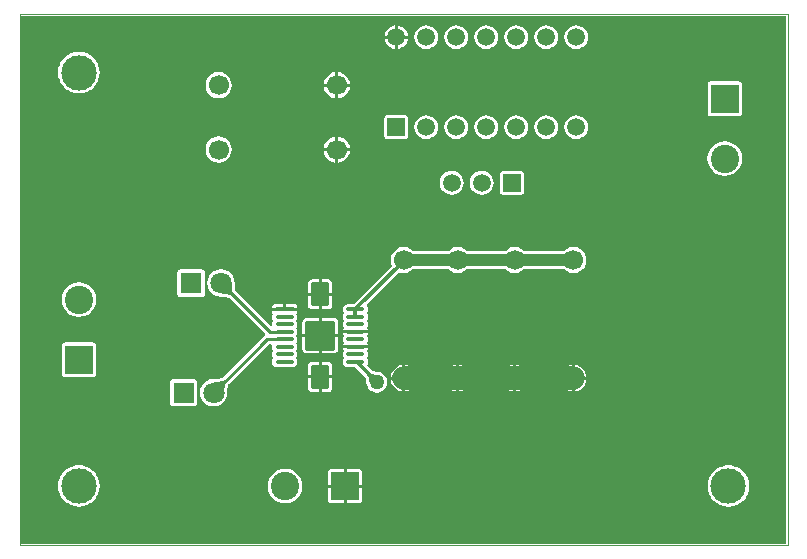
<source format=gtl>
G04 Layer_Physical_Order=1*
G04 Layer_Color=6759642*
%FSLAX25Y25*%
%MOIN*%
G70*
G01*
G75*
%ADD10R,0.06496X0.01378*%
%ADD11O,0.06496X0.01378*%
G04:AMPARAMS|DCode=12|XSize=98.42mil|YSize=98.42mil|CornerRadius=4.92mil|HoleSize=0mil|Usage=FLASHONLY|Rotation=90.000|XOffset=0mil|YOffset=0mil|HoleType=Round|Shape=RoundedRectangle|*
%AMROUNDEDRECTD12*
21,1,0.09842,0.08858,0,0,90.0*
21,1,0.08858,0.09842,0,0,90.0*
1,1,0.00984,0.04429,0.04429*
1,1,0.00984,0.04429,-0.04429*
1,1,0.00984,-0.04429,-0.04429*
1,1,0.00984,-0.04429,0.04429*
%
%ADD12ROUNDEDRECTD12*%
G04:AMPARAMS|DCode=13|XSize=59.05mil|YSize=78.74mil|CornerRadius=2.95mil|HoleSize=0mil|Usage=FLASHONLY|Rotation=0.000|XOffset=0mil|YOffset=0mil|HoleType=Round|Shape=RoundedRectangle|*
%AMROUNDEDRECTD13*
21,1,0.05905,0.07283,0,0,0.0*
21,1,0.05315,0.07874,0,0,0.0*
1,1,0.00591,0.02657,-0.03642*
1,1,0.00591,-0.02657,-0.03642*
1,1,0.00591,-0.02657,0.03642*
1,1,0.00591,0.02657,0.03642*
%
%ADD13ROUNDEDRECTD13*%
%ADD14C,0.01181*%
%ADD15C,0.03937*%
%ADD16C,0.01000*%
%ADD17C,0.07874*%
%ADD18C,0.00394*%
%ADD19R,0.05905X0.05905*%
%ADD20C,0.05905*%
%ADD21C,0.06693*%
%ADD22C,0.11811*%
%ADD23R,0.07087X0.07087*%
%ADD24C,0.07087*%
%ADD25C,0.09449*%
%ADD26R,0.09449X0.09449*%
%ADD27C,0.05905*%
%ADD28R,0.05905X0.05905*%
%ADD29R,0.09449X0.09449*%
%ADD30C,0.05000*%
G36*
X255250Y804D02*
X254896Y450D01*
X500Y500D01*
Y176250D01*
X255250D01*
Y804D01*
D02*
G37*
%LPC*%
G36*
X185000Y59933D02*
Y56115D01*
X188818D01*
X188735Y56750D01*
X188297Y57807D01*
X187600Y58715D01*
X186692Y59412D01*
X185635Y59850D01*
X185000Y59933D01*
D02*
G37*
G36*
X165500D02*
Y56115D01*
X169318D01*
X169235Y56750D01*
X168797Y57807D01*
X168100Y58715D01*
X167192Y59412D01*
X166135Y59850D01*
X165500Y59933D01*
D02*
G37*
G36*
X102732Y60983D02*
X100575D01*
Y56520D01*
X104053D01*
Y59662D01*
X103952Y60168D01*
X103666Y60596D01*
X103238Y60882D01*
X102732Y60983D01*
D02*
G37*
G36*
X99575D02*
X97417D01*
X96912Y60882D01*
X96483Y60596D01*
X96197Y60168D01*
X96097Y59662D01*
Y56520D01*
X99575D01*
Y60983D01*
D02*
G37*
G36*
X146500Y59933D02*
Y56115D01*
X150318D01*
X150235Y56750D01*
X149797Y57807D01*
X149100Y58715D01*
X148192Y59412D01*
X147135Y59850D01*
X146500Y59933D01*
D02*
G37*
G36*
X164500D02*
X163865Y59850D01*
X162808Y59412D01*
X161900Y58715D01*
X161203Y57807D01*
X160765Y56750D01*
X160682Y56115D01*
X164500D01*
Y59933D01*
D02*
G37*
G36*
X145500D02*
X144865Y59850D01*
X143808Y59412D01*
X142900Y58715D01*
X142203Y57807D01*
X141765Y56750D01*
X141682Y56115D01*
X145500D01*
Y59933D01*
D02*
G37*
G36*
X128500D02*
Y56115D01*
X132318D01*
X132235Y56750D01*
X131797Y57807D01*
X131100Y58715D01*
X130192Y59412D01*
X129135Y59850D01*
X128500Y59933D01*
D02*
G37*
G36*
X184000D02*
X183365Y59850D01*
X182308Y59412D01*
X181400Y58715D01*
X180703Y57807D01*
X180265Y56750D01*
X180182Y56115D01*
X184000D01*
Y59933D01*
D02*
G37*
G36*
X67075Y91882D02*
X65889Y91726D01*
X64784Y91269D01*
X63835Y90540D01*
X63106Y89591D01*
X62648Y88486D01*
X62492Y87300D01*
X62648Y86114D01*
X63106Y85009D01*
X63835Y84060D01*
X64784Y83331D01*
X65889Y82874D01*
X67075Y82718D01*
X67220Y82737D01*
X67612Y82735D01*
X68503Y82681D01*
X68857Y82636D01*
X69174Y82576D01*
X69439Y82508D01*
X69652Y82433D01*
X69812Y82359D01*
X69919Y82293D01*
X69923Y82289D01*
X81772Y70440D01*
X81621Y69884D01*
X81243Y69631D01*
X67423Y55811D01*
X67419Y55807D01*
X67312Y55741D01*
X67152Y55667D01*
X66939Y55592D01*
X66674Y55524D01*
X66357Y55464D01*
X66003Y55419D01*
X65112Y55366D01*
X64720Y55363D01*
X64575Y55383D01*
X63389Y55226D01*
X62284Y54769D01*
X61335Y54040D01*
X60606Y53091D01*
X60148Y51986D01*
X59992Y50800D01*
X60148Y49614D01*
X60606Y48509D01*
X61335Y47560D01*
X62284Y46831D01*
X63389Y46374D01*
X64575Y46218D01*
X65761Y46374D01*
X66866Y46831D01*
X67815Y47560D01*
X68543Y48509D01*
X69001Y49614D01*
X69157Y50800D01*
X69138Y50946D01*
X69140Y51337D01*
X69193Y52228D01*
X69239Y52583D01*
X69298Y52899D01*
X69367Y53164D01*
X69441Y53378D01*
X69516Y53537D01*
X69582Y53644D01*
X69586Y53648D01*
X82958Y67021D01*
X83766D01*
X84076Y66521D01*
X83983Y66050D01*
X84114Y65391D01*
X84487Y64832D01*
Y64768D01*
X84114Y64209D01*
X83983Y63550D01*
X84114Y62891D01*
X84487Y62332D01*
Y62258D01*
X84114Y61699D01*
X83983Y61040D01*
X84114Y60381D01*
X84487Y59822D01*
X85046Y59449D01*
X85705Y59318D01*
X90823D01*
X91482Y59449D01*
X92040Y59822D01*
X92414Y60381D01*
X92545Y61040D01*
X92414Y61699D01*
X92040Y62258D01*
Y62332D01*
X92414Y62891D01*
X92545Y63550D01*
X92414Y64209D01*
X92040Y64768D01*
Y64832D01*
X92414Y65391D01*
X92545Y66050D01*
X92414Y66709D01*
X92289Y66897D01*
X92059Y67300D01*
X92289Y67703D01*
X92414Y67891D01*
X92545Y68550D01*
X92414Y69209D01*
X92289Y69397D01*
X92059Y69800D01*
X92289Y70203D01*
X92414Y70391D01*
X92545Y71050D01*
X92414Y71709D01*
X92289Y71897D01*
X92059Y72300D01*
X92289Y72703D01*
X92414Y72891D01*
X92545Y73550D01*
X92414Y74209D01*
X92040Y74768D01*
Y74832D01*
X92414Y75391D01*
X92545Y76050D01*
X92414Y76709D01*
X92154Y77097D01*
X92233Y77150D01*
X92454Y77481D01*
X92531Y77871D01*
Y78060D01*
X88264D01*
X83996D01*
Y77871D01*
X84074Y77481D01*
X84295Y77150D01*
X84373Y77097D01*
X84114Y76709D01*
X83983Y76050D01*
X84114Y75391D01*
X84487Y74832D01*
Y74768D01*
X84114Y74209D01*
X83983Y73550D01*
X84054Y73191D01*
X83593Y72944D01*
X72086Y84452D01*
X72082Y84456D01*
X72016Y84563D01*
X71941Y84722D01*
X71867Y84935D01*
X71798Y85201D01*
X71739Y85518D01*
X71693Y85872D01*
X71640Y86763D01*
X71638Y87154D01*
X71657Y87300D01*
X71501Y88486D01*
X71043Y89591D01*
X70315Y90540D01*
X69366Y91269D01*
X68261Y91726D01*
X67075Y91882D01*
D02*
G37*
G36*
X19685Y87574D02*
X18191Y87377D01*
X16798Y86800D01*
X15602Y85883D01*
X14685Y84687D01*
X14108Y83294D01*
X13911Y81800D01*
X14108Y80306D01*
X14685Y78913D01*
X15602Y77717D01*
X16798Y76800D01*
X18191Y76223D01*
X19685Y76026D01*
X21179Y76223D01*
X22572Y76800D01*
X23768Y77717D01*
X24685Y78913D01*
X25262Y80306D01*
X25459Y81800D01*
X25262Y83294D01*
X24685Y84687D01*
X23768Y85883D01*
X22572Y86800D01*
X21179Y87377D01*
X19685Y87574D01*
D02*
G37*
G36*
X104504Y75750D02*
X100575D01*
Y70300D01*
X106025D01*
Y74229D01*
X105910Y74811D01*
X105580Y75305D01*
X105086Y75635D01*
X104504Y75750D01*
D02*
G37*
G36*
X104053Y83079D02*
X100575D01*
Y78617D01*
X102732D01*
X103238Y78718D01*
X103666Y79004D01*
X103952Y79432D01*
X104053Y79938D01*
Y83079D01*
D02*
G37*
G36*
X99575D02*
X96097D01*
Y79938D01*
X96197Y79432D01*
X96483Y79004D01*
X96912Y78718D01*
X97417Y78617D01*
X99575D01*
Y83079D01*
D02*
G37*
G36*
Y75750D02*
X95646D01*
X95064Y75635D01*
X94570Y75305D01*
X94240Y74811D01*
X94124Y74229D01*
Y70300D01*
X99575D01*
Y75750D01*
D02*
G37*
G36*
X106025Y69300D02*
X100575D01*
Y63850D01*
X104504D01*
X105086Y63965D01*
X105580Y64295D01*
X105910Y64789D01*
X106025Y65371D01*
Y69300D01*
D02*
G37*
G36*
X99575D02*
X94124D01*
Y65371D01*
X94240Y64789D01*
X94570Y64295D01*
X95064Y63965D01*
X95646Y63850D01*
X99575D01*
Y69300D01*
D02*
G37*
G36*
X116068Y70550D02*
X111886D01*
X107704D01*
X107736Y70391D01*
X108109Y69832D01*
Y69768D01*
X107736Y69209D01*
X107605Y68550D01*
X107736Y67891D01*
X108109Y67332D01*
Y67268D01*
X107736Y66709D01*
X107704Y66550D01*
X111886D01*
X112112D01*
Y66595D01*
X112134Y66586D01*
X112176Y66579D01*
X112236Y66572D01*
X112528Y66557D01*
X113179Y66550D01*
Y66550D01*
X116068D01*
X116036Y66709D01*
X115663Y67268D01*
Y67332D01*
X116036Y67891D01*
X116167Y68550D01*
X116036Y69209D01*
X115663Y69768D01*
Y69832D01*
X116036Y70391D01*
X116068Y70550D01*
D02*
G37*
G36*
Y65550D02*
X113178D01*
X112112Y65505D01*
Y65550D01*
X111886D01*
X107704D01*
X107736Y65391D01*
X107861Y65203D01*
X108091Y64800D01*
X107861Y64397D01*
X107736Y64209D01*
X107605Y63550D01*
X107736Y62891D01*
X108109Y62332D01*
Y62258D01*
X107736Y61699D01*
X107605Y61040D01*
X107736Y60381D01*
X108109Y59822D01*
X108668Y59449D01*
X109327Y59318D01*
X111659D01*
X111851Y59156D01*
X115157Y55849D01*
X115198Y55792D01*
X115254Y55693D01*
X115307Y55573D01*
X115357Y55428D01*
X115400Y55259D01*
X115433Y55080D01*
X115477Y54588D01*
X115480Y54376D01*
X115470Y54300D01*
X115590Y53386D01*
X115943Y52535D01*
X116504Y51804D01*
X117235Y51243D01*
X118086Y50890D01*
X119000Y50770D01*
X119914Y50890D01*
X120765Y51243D01*
X121496Y51804D01*
X122057Y52535D01*
X122410Y53386D01*
X122530Y54300D01*
X122410Y55214D01*
X122057Y56065D01*
X121496Y56796D01*
X120765Y57357D01*
X119914Y57710D01*
X119000Y57830D01*
X118924Y57820D01*
X118698Y57823D01*
X118454Y57838D01*
X118235Y57864D01*
X118041Y57900D01*
X117872Y57943D01*
X117727Y57993D01*
X117607Y58046D01*
X117508Y58102D01*
X117451Y58143D01*
X115706Y59887D01*
X116036Y60381D01*
X116167Y61040D01*
X116036Y61699D01*
X115663Y62258D01*
Y62332D01*
X116036Y62891D01*
X116167Y63550D01*
X116036Y64209D01*
X115910Y64397D01*
X115681Y64800D01*
X115910Y65203D01*
X116036Y65391D01*
X116068Y65550D01*
D02*
G37*
G36*
X127500Y59933D02*
X126865Y59850D01*
X125808Y59412D01*
X124900Y58715D01*
X124203Y57807D01*
X123765Y56750D01*
X123682Y56115D01*
X127500D01*
Y59933D01*
D02*
G37*
G36*
X236221Y26639D02*
X236171Y26629D01*
X236121Y26634D01*
X234963Y26520D01*
X234867Y26491D01*
X234767Y26481D01*
X233654Y26143D01*
X233565Y26096D01*
X233469Y26067D01*
X232443Y25518D01*
X232365Y25455D01*
X232277Y25407D01*
X231378Y24669D01*
X231314Y24592D01*
X231236Y24528D01*
X230498Y23629D01*
X230451Y23540D01*
X230387Y23462D01*
X229839Y22436D01*
X229810Y22341D01*
X229762Y22252D01*
X229425Y21139D01*
X229415Y21039D01*
X229386Y20943D01*
X229272Y19785D01*
X229282Y19685D01*
X229272Y19585D01*
X229386Y18427D01*
X229415Y18331D01*
X229425Y18231D01*
X229762Y17118D01*
X229810Y17030D01*
X229839Y16933D01*
X230387Y15908D01*
X230451Y15830D01*
X230498Y15741D01*
X231236Y14842D01*
X231314Y14778D01*
X231378Y14701D01*
X232277Y13963D01*
X232365Y13916D01*
X232443Y13852D01*
X233469Y13304D01*
X233565Y13274D01*
X233654Y13227D01*
X234767Y12889D01*
X234867Y12879D01*
X234963Y12850D01*
X236121Y12736D01*
X236171Y12741D01*
X236221Y12731D01*
X236270Y12741D01*
X236320Y12736D01*
X237478Y12850D01*
X237574Y12879D01*
X237674Y12889D01*
X238787Y13227D01*
X238876Y13274D01*
X238972Y13304D01*
X239998Y13852D01*
X240075Y13916D01*
X240164Y13963D01*
X241063Y14701D01*
X241127Y14778D01*
X241205Y14842D01*
X241943Y15741D01*
X241990Y15830D01*
X242054Y15908D01*
X242602Y16933D01*
X242631Y17030D01*
X242678Y17118D01*
X243016Y18231D01*
X243026Y18331D01*
X243055Y18427D01*
X243169Y19585D01*
X243159Y19685D01*
X243169Y19785D01*
X243055Y20943D01*
X243026Y21039D01*
X243016Y21139D01*
X242678Y22252D01*
X242631Y22341D01*
X242602Y22436D01*
X242054Y23462D01*
X241990Y23540D01*
X241943Y23629D01*
X241205Y24528D01*
X241127Y24592D01*
X241063Y24669D01*
X240164Y25407D01*
X240075Y25455D01*
X239998Y25518D01*
X238972Y26067D01*
X238876Y26096D01*
X238787Y26143D01*
X237674Y26481D01*
X237574Y26491D01*
X237478Y26520D01*
X236320Y26634D01*
X236270Y26629D01*
X236221Y26639D01*
D02*
G37*
G36*
X19685D02*
X19635Y26629D01*
X19585Y26634D01*
X18427Y26520D01*
X18331Y26491D01*
X18231Y26481D01*
X17118Y26143D01*
X17030Y26096D01*
X16933Y26067D01*
X15908Y25518D01*
X15830Y25455D01*
X15741Y25407D01*
X14842Y24669D01*
X14778Y24592D01*
X14701Y24528D01*
X13963Y23629D01*
X13916Y23540D01*
X13852Y23462D01*
X13304Y22436D01*
X13274Y22341D01*
X13227Y22252D01*
X12889Y21139D01*
X12879Y21039D01*
X12850Y20943D01*
X12736Y19785D01*
X12746Y19685D01*
X12736Y19585D01*
X12850Y18427D01*
X12879Y18331D01*
X12889Y18231D01*
X13227Y17118D01*
X13274Y17030D01*
X13304Y16933D01*
X13852Y15908D01*
X13916Y15830D01*
X13963Y15741D01*
X14701Y14842D01*
X14778Y14778D01*
X14842Y14701D01*
X15741Y13963D01*
X15830Y13916D01*
X15908Y13852D01*
X16933Y13304D01*
X17030Y13274D01*
X17118Y13227D01*
X18231Y12889D01*
X18331Y12879D01*
X18427Y12850D01*
X19585Y12736D01*
X19635Y12741D01*
X19685Y12731D01*
X19735Y12741D01*
X19785Y12736D01*
X20943Y12850D01*
X21039Y12879D01*
X21139Y12889D01*
X22252Y13227D01*
X22341Y13274D01*
X22436Y13304D01*
X23462Y13852D01*
X23540Y13916D01*
X23629Y13963D01*
X24528Y14701D01*
X24592Y14778D01*
X24669Y14842D01*
X25407Y15741D01*
X25455Y15830D01*
X25518Y15908D01*
X26067Y16933D01*
X26096Y17030D01*
X26143Y17118D01*
X26481Y18231D01*
X26491Y18331D01*
X26520Y18427D01*
X26634Y19585D01*
X26624Y19685D01*
X26634Y19785D01*
X26520Y20943D01*
X26491Y21039D01*
X26481Y21139D01*
X26143Y22252D01*
X26096Y22341D01*
X26067Y22436D01*
X25518Y23462D01*
X25455Y23540D01*
X25407Y23629D01*
X24669Y24528D01*
X24592Y24592D01*
X24528Y24669D01*
X23629Y25407D01*
X23540Y25455D01*
X23462Y25518D01*
X22436Y26067D01*
X22341Y26096D01*
X22252Y26143D01*
X21139Y26481D01*
X21039Y26491D01*
X20943Y26520D01*
X19785Y26634D01*
X19735Y26629D01*
X19685Y26639D01*
D02*
G37*
G36*
X99575Y55520D02*
X96097D01*
Y52379D01*
X96197Y51873D01*
X96483Y51445D01*
X96912Y51159D01*
X97417Y51058D01*
X99575D01*
Y55520D01*
D02*
G37*
G36*
X58118Y55363D02*
X51032D01*
X50641Y55285D01*
X50310Y55064D01*
X50090Y54734D01*
X50012Y54343D01*
Y47257D01*
X50090Y46867D01*
X50310Y46536D01*
X50641Y46315D01*
X51032Y46237D01*
X58118D01*
X58508Y46315D01*
X58839Y46536D01*
X59060Y46867D01*
X59138Y47257D01*
Y54343D01*
X59060Y54734D01*
X58839Y55064D01*
X58508Y55285D01*
X58118Y55363D01*
D02*
G37*
G36*
X113150Y25414D02*
X108925D01*
Y20170D01*
X114169D01*
Y24395D01*
X114092Y24785D01*
X113871Y25115D01*
X113540Y25337D01*
X113150Y25414D01*
D02*
G37*
G36*
X107925Y19170D02*
X102681D01*
Y14946D01*
X102759Y14556D01*
X102980Y14225D01*
X103311Y14004D01*
X103701Y13926D01*
X107925D01*
Y19170D01*
D02*
G37*
G36*
X88425Y25444D02*
X86931Y25247D01*
X85538Y24670D01*
X84342Y23753D01*
X83425Y22557D01*
X82848Y21164D01*
X82651Y19670D01*
X82848Y18176D01*
X83425Y16783D01*
X84342Y15587D01*
X85538Y14670D01*
X86931Y14093D01*
X88425Y13896D01*
X89920Y14093D01*
X91312Y14670D01*
X92508Y15587D01*
X93426Y16783D01*
X94002Y18176D01*
X94199Y19670D01*
X94002Y21164D01*
X93426Y22557D01*
X92508Y23753D01*
X91312Y24670D01*
X89920Y25247D01*
X88425Y25444D01*
D02*
G37*
G36*
X107925Y25414D02*
X103701D01*
X103311Y25337D01*
X102980Y25115D01*
X102759Y24785D01*
X102681Y24395D01*
Y20170D01*
X107925D01*
Y25414D01*
D02*
G37*
G36*
X114169Y19170D02*
X108925D01*
Y13926D01*
X113150D01*
X113540Y14004D01*
X113871Y14225D01*
X114092Y14556D01*
X114169Y14946D01*
Y19170D01*
D02*
G37*
G36*
X104053Y55520D02*
X100575D01*
Y51058D01*
X102732D01*
X103238Y51159D01*
X103666Y51445D01*
X103952Y51873D01*
X104053Y52379D01*
Y55520D01*
D02*
G37*
G36*
X169318Y55115D02*
X165500D01*
Y51297D01*
X166135Y51380D01*
X167192Y51818D01*
X168100Y52515D01*
X168797Y53423D01*
X169235Y54480D01*
X169318Y55115D01*
D02*
G37*
G36*
X132318D02*
X128500D01*
Y51297D01*
X129135Y51380D01*
X130192Y51818D01*
X131100Y52515D01*
X131797Y53423D01*
X132235Y54480D01*
X132318Y55115D01*
D02*
G37*
G36*
X24409Y67544D02*
X14961D01*
X14570Y67466D01*
X14240Y67245D01*
X14019Y66915D01*
X13941Y66524D01*
Y57076D01*
X14019Y56685D01*
X14240Y56355D01*
X14570Y56134D01*
X14961Y56056D01*
X24409D01*
X24800Y56134D01*
X25130Y56355D01*
X25351Y56685D01*
X25429Y57076D01*
Y66524D01*
X25351Y66915D01*
X25130Y67245D01*
X24800Y67466D01*
X24409Y67544D01*
D02*
G37*
G36*
X188818Y55115D02*
X185000D01*
Y51297D01*
X185635Y51380D01*
X186692Y51818D01*
X187600Y52515D01*
X188297Y53423D01*
X188735Y54480D01*
X188818Y55115D01*
D02*
G37*
G36*
X150318D02*
X146500D01*
Y51297D01*
X147135Y51380D01*
X148192Y51818D01*
X149100Y52515D01*
X149797Y53423D01*
X150235Y54480D01*
X150318Y55115D01*
D02*
G37*
G36*
X145500D02*
X141682D01*
X141765Y54480D01*
X142203Y53423D01*
X142900Y52515D01*
X143808Y51818D01*
X144865Y51380D01*
X145500Y51297D01*
Y55115D01*
D02*
G37*
G36*
X127500D02*
X123682D01*
X123765Y54480D01*
X124203Y53423D01*
X124900Y52515D01*
X125808Y51818D01*
X126865Y51380D01*
X127500Y51297D01*
Y55115D01*
D02*
G37*
G36*
X184000D02*
X180182D01*
X180265Y54480D01*
X180703Y53423D01*
X181400Y52515D01*
X182308Y51818D01*
X183365Y51380D01*
X184000Y51297D01*
Y55115D01*
D02*
G37*
G36*
X164500D02*
X160682D01*
X160765Y54480D01*
X161203Y53423D01*
X161900Y52515D01*
X162808Y51818D01*
X163865Y51380D01*
X164500Y51297D01*
Y55115D01*
D02*
G37*
G36*
X105185Y152800D02*
X101367D01*
X101451Y152165D01*
X101888Y151108D01*
X102585Y150200D01*
X103493Y149503D01*
X104550Y149065D01*
X105185Y148982D01*
Y152800D01*
D02*
G37*
G36*
X66315Y157684D02*
X65180Y157535D01*
X64123Y157097D01*
X63215Y156400D01*
X62518Y155492D01*
X62080Y154435D01*
X61931Y153300D01*
X62080Y152165D01*
X62518Y151108D01*
X63215Y150200D01*
X64123Y149503D01*
X65180Y149065D01*
X66315Y148916D01*
X67450Y149065D01*
X68507Y149503D01*
X69415Y150200D01*
X70112Y151108D01*
X70549Y152165D01*
X70699Y153300D01*
X70549Y154435D01*
X70112Y155492D01*
X69415Y156400D01*
X68507Y157097D01*
X67450Y157535D01*
X66315Y157684D01*
D02*
G37*
G36*
X110003Y152800D02*
X106185D01*
Y148982D01*
X106820Y149065D01*
X107877Y149503D01*
X108785Y150200D01*
X109482Y151108D01*
X109920Y152165D01*
X110003Y152800D01*
D02*
G37*
G36*
X106185Y157618D02*
Y153800D01*
X110003D01*
X109920Y154435D01*
X109482Y155492D01*
X108785Y156400D01*
X107877Y157097D01*
X106820Y157535D01*
X106185Y157618D01*
D02*
G37*
G36*
X105185D02*
X104550Y157535D01*
X103493Y157097D01*
X102585Y156400D01*
X101888Y155492D01*
X101451Y154435D01*
X101367Y153800D01*
X105185D01*
Y157618D01*
D02*
G37*
G36*
X175500Y143287D02*
X174468Y143151D01*
X173507Y142753D01*
X172681Y142119D01*
X172047Y141293D01*
X171649Y140332D01*
X171513Y139300D01*
X171649Y138268D01*
X172047Y137307D01*
X172681Y136481D01*
X173507Y135847D01*
X174468Y135449D01*
X175500Y135313D01*
X176532Y135449D01*
X177493Y135847D01*
X178319Y136481D01*
X178953Y137307D01*
X179351Y138268D01*
X179487Y139300D01*
X179351Y140332D01*
X178953Y141293D01*
X178319Y142119D01*
X177493Y142753D01*
X176532Y143151D01*
X175500Y143287D01*
D02*
G37*
G36*
X165500D02*
X164468Y143151D01*
X163507Y142753D01*
X162681Y142119D01*
X162047Y141293D01*
X161649Y140332D01*
X161513Y139300D01*
X161649Y138268D01*
X162047Y137307D01*
X162681Y136481D01*
X163507Y135847D01*
X164468Y135449D01*
X165500Y135313D01*
X166532Y135449D01*
X167493Y135847D01*
X168319Y136481D01*
X168953Y137307D01*
X169351Y138268D01*
X169487Y139300D01*
X169351Y140332D01*
X168953Y141293D01*
X168319Y142119D01*
X167493Y142753D01*
X166532Y143151D01*
X165500Y143287D01*
D02*
G37*
G36*
X185500D02*
X184468Y143151D01*
X183507Y142753D01*
X182681Y142119D01*
X182047Y141293D01*
X181649Y140332D01*
X181513Y139300D01*
X181649Y138268D01*
X182047Y137307D01*
X182681Y136481D01*
X183507Y135847D01*
X184468Y135449D01*
X185500Y135313D01*
X186532Y135449D01*
X187493Y135847D01*
X188319Y136481D01*
X188953Y137307D01*
X189351Y138268D01*
X189487Y139300D01*
X189351Y140332D01*
X188953Y141293D01*
X188319Y142119D01*
X187493Y142753D01*
X186532Y143151D01*
X185500Y143287D01*
D02*
G37*
G36*
X239724Y154544D02*
X230276D01*
X229885Y154466D01*
X229555Y154245D01*
X229334Y153915D01*
X229256Y153524D01*
Y144076D01*
X229334Y143685D01*
X229555Y143355D01*
X229885Y143134D01*
X230276Y143056D01*
X239724D01*
X240115Y143134D01*
X240445Y143355D01*
X240666Y143685D01*
X240744Y144076D01*
Y153524D01*
X240666Y153915D01*
X240445Y154245D01*
X240115Y154466D01*
X239724Y154544D01*
D02*
G37*
G36*
X128453Y143272D02*
X122547D01*
X122157Y143195D01*
X121826Y142974D01*
X121605Y142643D01*
X121528Y142253D01*
Y136347D01*
X121605Y135957D01*
X121826Y135626D01*
X122157Y135405D01*
X122547Y135328D01*
X128453D01*
X128843Y135405D01*
X129174Y135626D01*
X129395Y135957D01*
X129472Y136347D01*
Y142253D01*
X129395Y142643D01*
X129174Y142974D01*
X128843Y143195D01*
X128453Y143272D01*
D02*
G37*
G36*
X19685Y164434D02*
X19635Y164424D01*
X19585Y164429D01*
X18427Y164315D01*
X18331Y164286D01*
X18231Y164276D01*
X17118Y163938D01*
X17030Y163891D01*
X16933Y163862D01*
X15908Y163313D01*
X15830Y163250D01*
X15741Y163203D01*
X14842Y162464D01*
X14778Y162387D01*
X14701Y162323D01*
X13963Y161424D01*
X13916Y161335D01*
X13852Y161258D01*
X13304Y160232D01*
X13274Y160136D01*
X13227Y160047D01*
X12889Y158934D01*
X12879Y158834D01*
X12850Y158738D01*
X12736Y157580D01*
X12746Y157480D01*
X12736Y157380D01*
X12850Y156223D01*
X12879Y156127D01*
X12889Y156027D01*
X13227Y154913D01*
X13274Y154825D01*
X13304Y154729D01*
X13852Y153703D01*
X13916Y153625D01*
X13963Y153537D01*
X14701Y152638D01*
X14778Y152574D01*
X14842Y152496D01*
X15741Y151758D01*
X15830Y151711D01*
X15908Y151647D01*
X16933Y151099D01*
X17030Y151070D01*
X17118Y151022D01*
X18231Y150685D01*
X18331Y150675D01*
X18427Y150646D01*
X19585Y150531D01*
X19635Y150537D01*
X19685Y150527D01*
X19735Y150537D01*
X19785Y150531D01*
X20943Y150646D01*
X21039Y150675D01*
X21139Y150685D01*
X22252Y151022D01*
X22341Y151070D01*
X22436Y151099D01*
X23462Y151647D01*
X23540Y151711D01*
X23629Y151758D01*
X24528Y152496D01*
X24592Y152574D01*
X24669Y152638D01*
X25407Y153537D01*
X25455Y153625D01*
X25518Y153703D01*
X26067Y154729D01*
X26096Y154825D01*
X26143Y154913D01*
X26481Y156027D01*
X26491Y156127D01*
X26520Y156223D01*
X26634Y157380D01*
X26624Y157480D01*
X26634Y157580D01*
X26520Y158738D01*
X26491Y158834D01*
X26481Y158934D01*
X26143Y160047D01*
X26096Y160136D01*
X26067Y160232D01*
X25518Y161258D01*
X25455Y161335D01*
X25407Y161424D01*
X24669Y162323D01*
X24592Y162387D01*
X24528Y162464D01*
X23629Y163203D01*
X23540Y163250D01*
X23462Y163313D01*
X22436Y163862D01*
X22341Y163891D01*
X22252Y163938D01*
X21139Y164276D01*
X21039Y164286D01*
X20943Y164315D01*
X19785Y164429D01*
X19735Y164424D01*
X19685Y164434D01*
D02*
G37*
G36*
X125000Y168800D02*
X121579D01*
X121649Y168268D01*
X122047Y167307D01*
X122681Y166481D01*
X123507Y165847D01*
X124468Y165449D01*
X125000Y165379D01*
Y168800D01*
D02*
G37*
G36*
X185500Y173287D02*
X184468Y173151D01*
X183507Y172753D01*
X182681Y172119D01*
X182047Y171293D01*
X181649Y170332D01*
X181513Y169300D01*
X181649Y168268D01*
X182047Y167307D01*
X182681Y166481D01*
X183507Y165847D01*
X184468Y165449D01*
X185500Y165313D01*
X186532Y165449D01*
X187493Y165847D01*
X188319Y166481D01*
X188953Y167307D01*
X189351Y168268D01*
X189487Y169300D01*
X189351Y170332D01*
X188953Y171293D01*
X188319Y172119D01*
X187493Y172753D01*
X186532Y173151D01*
X185500Y173287D01*
D02*
G37*
G36*
X129421Y168800D02*
X126000D01*
Y165379D01*
X126532Y165449D01*
X127493Y165847D01*
X128319Y166481D01*
X128953Y167307D01*
X129351Y168268D01*
X129421Y168800D01*
D02*
G37*
G36*
X126000Y173221D02*
Y169800D01*
X129421D01*
X129351Y170332D01*
X128953Y171293D01*
X128319Y172119D01*
X127493Y172753D01*
X126532Y173151D01*
X126000Y173221D01*
D02*
G37*
G36*
X125000D02*
X124468Y173151D01*
X123507Y172753D01*
X122681Y172119D01*
X122047Y171293D01*
X121649Y170332D01*
X121579Y169800D01*
X125000D01*
Y173221D01*
D02*
G37*
G36*
X145500Y173287D02*
X144468Y173151D01*
X143507Y172753D01*
X142681Y172119D01*
X142047Y171293D01*
X141649Y170332D01*
X141513Y169300D01*
X141649Y168268D01*
X142047Y167307D01*
X142681Y166481D01*
X143507Y165847D01*
X144468Y165449D01*
X145500Y165313D01*
X146532Y165449D01*
X147493Y165847D01*
X148319Y166481D01*
X148953Y167307D01*
X149351Y168268D01*
X149487Y169300D01*
X149351Y170332D01*
X148953Y171293D01*
X148319Y172119D01*
X147493Y172753D01*
X146532Y173151D01*
X145500Y173287D01*
D02*
G37*
G36*
X135500D02*
X134468Y173151D01*
X133507Y172753D01*
X132681Y172119D01*
X132047Y171293D01*
X131649Y170332D01*
X131513Y169300D01*
X131649Y168268D01*
X132047Y167307D01*
X132681Y166481D01*
X133507Y165847D01*
X134468Y165449D01*
X135500Y165313D01*
X136532Y165449D01*
X137493Y165847D01*
X138319Y166481D01*
X138953Y167307D01*
X139351Y168268D01*
X139487Y169300D01*
X139351Y170332D01*
X138953Y171293D01*
X138319Y172119D01*
X137493Y172753D01*
X136532Y173151D01*
X135500Y173287D01*
D02*
G37*
G36*
X155500D02*
X154468Y173151D01*
X153507Y172753D01*
X152681Y172119D01*
X152047Y171293D01*
X151649Y170332D01*
X151513Y169300D01*
X151649Y168268D01*
X152047Y167307D01*
X152681Y166481D01*
X153507Y165847D01*
X154468Y165449D01*
X155500Y165313D01*
X156532Y165449D01*
X157493Y165847D01*
X158319Y166481D01*
X158953Y167307D01*
X159351Y168268D01*
X159487Y169300D01*
X159351Y170332D01*
X158953Y171293D01*
X158319Y172119D01*
X157493Y172753D01*
X156532Y173151D01*
X155500Y173287D01*
D02*
G37*
G36*
X175500D02*
X174468Y173151D01*
X173507Y172753D01*
X172681Y172119D01*
X172047Y171293D01*
X171649Y170332D01*
X171513Y169300D01*
X171649Y168268D01*
X172047Y167307D01*
X172681Y166481D01*
X173507Y165847D01*
X174468Y165449D01*
X175500Y165313D01*
X176532Y165449D01*
X177493Y165847D01*
X178319Y166481D01*
X178953Y167307D01*
X179351Y168268D01*
X179487Y169300D01*
X179351Y170332D01*
X178953Y171293D01*
X178319Y172119D01*
X177493Y172753D01*
X176532Y173151D01*
X175500Y173287D01*
D02*
G37*
G36*
X165500D02*
X164468Y173151D01*
X163507Y172753D01*
X162681Y172119D01*
X162047Y171293D01*
X161649Y170332D01*
X161513Y169300D01*
X161649Y168268D01*
X162047Y167307D01*
X162681Y166481D01*
X163507Y165847D01*
X164468Y165449D01*
X165500Y165313D01*
X166532Y165449D01*
X167493Y165847D01*
X168319Y166481D01*
X168953Y167307D01*
X169351Y168268D01*
X169487Y169300D01*
X169351Y170332D01*
X168953Y171293D01*
X168319Y172119D01*
X167493Y172753D01*
X166532Y173151D01*
X165500Y173287D01*
D02*
G37*
G36*
X155500Y143287D02*
X154468Y143151D01*
X153507Y142753D01*
X152681Y142119D01*
X152047Y141293D01*
X151649Y140332D01*
X151513Y139300D01*
X151649Y138268D01*
X152047Y137307D01*
X152681Y136481D01*
X153507Y135847D01*
X154468Y135449D01*
X155500Y135313D01*
X156532Y135449D01*
X157493Y135847D01*
X158319Y136481D01*
X158953Y137307D01*
X159351Y138268D01*
X159487Y139300D01*
X159351Y140332D01*
X158953Y141293D01*
X158319Y142119D01*
X157493Y142753D01*
X156532Y143151D01*
X155500Y143287D01*
D02*
G37*
G36*
X144000Y124787D02*
X142968Y124651D01*
X142007Y124253D01*
X141181Y123619D01*
X140547Y122793D01*
X140149Y121832D01*
X140013Y120800D01*
X140149Y119768D01*
X140547Y118807D01*
X141181Y117981D01*
X142007Y117347D01*
X142968Y116949D01*
X144000Y116813D01*
X145032Y116949D01*
X145993Y117347D01*
X146819Y117981D01*
X147453Y118807D01*
X147851Y119768D01*
X147987Y120800D01*
X147851Y121832D01*
X147453Y122793D01*
X146819Y123619D01*
X145993Y124253D01*
X145032Y124651D01*
X144000Y124787D01*
D02*
G37*
G36*
X184500Y99369D02*
X183365Y99220D01*
X182308Y98782D01*
X181400Y98085D01*
X181319Y97979D01*
X168181D01*
X168100Y98085D01*
X167192Y98782D01*
X166135Y99220D01*
X165000Y99369D01*
X163865Y99220D01*
X162808Y98782D01*
X161900Y98085D01*
X161819Y97979D01*
X149181D01*
X149100Y98085D01*
X148192Y98782D01*
X147135Y99220D01*
X146000Y99369D01*
X144865Y99220D01*
X143808Y98782D01*
X142900Y98085D01*
X142819Y97979D01*
X131181D01*
X131100Y98085D01*
X130192Y98782D01*
X129135Y99220D01*
X128000Y99369D01*
X126865Y99220D01*
X125808Y98782D01*
X124900Y98085D01*
X124203Y97177D01*
X123765Y96120D01*
X123616Y94985D01*
X123765Y93850D01*
X124093Y93060D01*
X111314Y80282D01*
X109327D01*
X108668Y80151D01*
X108109Y79777D01*
X107736Y79219D01*
X107605Y78560D01*
X107736Y77901D01*
X108109Y77342D01*
Y77268D01*
X107736Y76709D01*
X107605Y76050D01*
X107736Y75391D01*
X107861Y75203D01*
X108091Y74800D01*
X107861Y74397D01*
X107736Y74209D01*
X107605Y73550D01*
X107736Y72891D01*
X108109Y72332D01*
Y72268D01*
X107736Y71709D01*
X107704Y71550D01*
X111886D01*
X116068D01*
X116036Y71709D01*
X115663Y72268D01*
Y72332D01*
X116036Y72891D01*
X116167Y73550D01*
X116036Y74209D01*
X115910Y74397D01*
X115681Y74800D01*
X115910Y75203D01*
X116036Y75391D01*
X116167Y76050D01*
X116036Y76709D01*
X115663Y77268D01*
Y77342D01*
X116036Y77901D01*
X116167Y78560D01*
X116036Y79219D01*
X115663Y79777D01*
X115639Y80019D01*
X126515Y90896D01*
X126865Y90750D01*
X128000Y90601D01*
X129135Y90750D01*
X130192Y91188D01*
X131100Y91885D01*
X131181Y91991D01*
X142819D01*
X142900Y91885D01*
X143808Y91188D01*
X144865Y90750D01*
X146000Y90601D01*
X147135Y90750D01*
X148192Y91188D01*
X149100Y91885D01*
X149181Y91991D01*
X161819D01*
X161900Y91885D01*
X162808Y91188D01*
X163865Y90750D01*
X165000Y90601D01*
X166135Y90750D01*
X167192Y91188D01*
X168100Y91885D01*
X168181Y91991D01*
X181319D01*
X181400Y91885D01*
X182308Y91188D01*
X183365Y90750D01*
X184500Y90601D01*
X185635Y90750D01*
X186692Y91188D01*
X187600Y91885D01*
X188297Y92793D01*
X188735Y93850D01*
X188884Y94985D01*
X188735Y96120D01*
X188297Y97177D01*
X187600Y98085D01*
X186692Y98782D01*
X185635Y99220D01*
X184500Y99369D01*
D02*
G37*
G36*
X166953Y124772D02*
X161047D01*
X160657Y124695D01*
X160326Y124474D01*
X160105Y124143D01*
X160028Y123753D01*
Y117847D01*
X160105Y117457D01*
X160326Y117126D01*
X160657Y116905D01*
X161047Y116828D01*
X166953D01*
X167343Y116905D01*
X167674Y117126D01*
X167895Y117457D01*
X167972Y117847D01*
Y123753D01*
X167895Y124143D01*
X167674Y124474D01*
X167343Y124695D01*
X166953Y124772D01*
D02*
G37*
G36*
X154000Y124787D02*
X152968Y124651D01*
X152007Y124253D01*
X151181Y123619D01*
X150547Y122793D01*
X150149Y121832D01*
X150013Y120800D01*
X150149Y119768D01*
X150547Y118807D01*
X151181Y117981D01*
X152007Y117347D01*
X152968Y116949D01*
X154000Y116813D01*
X155032Y116949D01*
X155993Y117347D01*
X156819Y117981D01*
X157453Y118807D01*
X157851Y119768D01*
X157987Y120800D01*
X157851Y121832D01*
X157453Y122793D01*
X156819Y123619D01*
X155993Y124253D01*
X155032Y124651D01*
X154000Y124787D01*
D02*
G37*
G36*
X102732Y88542D02*
X100575D01*
Y84079D01*
X104053D01*
Y87221D01*
X103952Y87727D01*
X103666Y88155D01*
X103238Y88441D01*
X102732Y88542D01*
D02*
G37*
G36*
X91512Y80268D02*
X88764D01*
Y79060D01*
X92531D01*
Y79249D01*
X92454Y79639D01*
X92233Y79970D01*
X91902Y80191D01*
X91512Y80268D01*
D02*
G37*
G36*
X87764D02*
X85016D01*
X84626Y80191D01*
X84295Y79970D01*
X84074Y79639D01*
X83996Y79249D01*
Y79060D01*
X87764D01*
Y80268D01*
D02*
G37*
G36*
X99575Y88542D02*
X97417D01*
X96912Y88441D01*
X96483Y88155D01*
X96197Y87727D01*
X96097Y87221D01*
Y84079D01*
X99575D01*
Y88542D01*
D02*
G37*
G36*
X60618Y91863D02*
X53531D01*
X53141Y91785D01*
X52811Y91564D01*
X52589Y91233D01*
X52512Y90843D01*
Y83757D01*
X52589Y83367D01*
X52811Y83036D01*
X53141Y82815D01*
X53531Y82737D01*
X60618D01*
X61008Y82815D01*
X61339Y83036D01*
X61560Y83367D01*
X61638Y83757D01*
Y90843D01*
X61560Y91233D01*
X61339Y91564D01*
X61008Y91785D01*
X60618Y91863D01*
D02*
G37*
G36*
X105185Y136118D02*
X104550Y136035D01*
X103493Y135597D01*
X102585Y134900D01*
X101888Y133992D01*
X101451Y132935D01*
X101367Y132300D01*
X105185D01*
Y136118D01*
D02*
G37*
G36*
X110003Y131300D02*
X106185D01*
Y127482D01*
X106820Y127565D01*
X107877Y128003D01*
X108785Y128700D01*
X109482Y129608D01*
X109920Y130665D01*
X110003Y131300D01*
D02*
G37*
G36*
X106185Y136118D02*
Y132300D01*
X110003D01*
X109920Y132935D01*
X109482Y133992D01*
X108785Y134900D01*
X107877Y135597D01*
X106820Y136035D01*
X106185Y136118D01*
D02*
G37*
G36*
X145500Y143287D02*
X144468Y143151D01*
X143507Y142753D01*
X142681Y142119D01*
X142047Y141293D01*
X141649Y140332D01*
X141513Y139300D01*
X141649Y138268D01*
X142047Y137307D01*
X142681Y136481D01*
X143507Y135847D01*
X144468Y135449D01*
X145500Y135313D01*
X146532Y135449D01*
X147493Y135847D01*
X148319Y136481D01*
X148953Y137307D01*
X149351Y138268D01*
X149487Y139300D01*
X149351Y140332D01*
X148953Y141293D01*
X148319Y142119D01*
X147493Y142753D01*
X146532Y143151D01*
X145500Y143287D01*
D02*
G37*
G36*
X135500D02*
X134468Y143151D01*
X133507Y142753D01*
X132681Y142119D01*
X132047Y141293D01*
X131649Y140332D01*
X131513Y139300D01*
X131649Y138268D01*
X132047Y137307D01*
X132681Y136481D01*
X133507Y135847D01*
X134468Y135449D01*
X135500Y135313D01*
X136532Y135449D01*
X137493Y135847D01*
X138319Y136481D01*
X138953Y137307D01*
X139351Y138268D01*
X139487Y139300D01*
X139351Y140332D01*
X138953Y141293D01*
X138319Y142119D01*
X137493Y142753D01*
X136532Y143151D01*
X135500Y143287D01*
D02*
G37*
G36*
X66315Y136184D02*
X65180Y136035D01*
X64123Y135597D01*
X63215Y134900D01*
X62518Y133992D01*
X62080Y132935D01*
X61931Y131800D01*
X62080Y130665D01*
X62518Y129608D01*
X63215Y128700D01*
X64123Y128003D01*
X65180Y127565D01*
X66315Y127416D01*
X67450Y127565D01*
X68507Y128003D01*
X69415Y128700D01*
X70112Y129608D01*
X70549Y130665D01*
X70699Y131800D01*
X70549Y132935D01*
X70112Y133992D01*
X69415Y134900D01*
X68507Y135597D01*
X67450Y136035D01*
X66315Y136184D01*
D02*
G37*
G36*
X105185Y131300D02*
X101367D01*
X101451Y130665D01*
X101888Y129608D01*
X102585Y128700D01*
X103493Y128003D01*
X104550Y127565D01*
X105185Y127482D01*
Y131300D01*
D02*
G37*
G36*
X235000Y134574D02*
X233506Y134377D01*
X232113Y133800D01*
X230917Y132883D01*
X230000Y131687D01*
X229423Y130294D01*
X229226Y128800D01*
X229423Y127306D01*
X230000Y125913D01*
X230917Y124717D01*
X232113Y123800D01*
X233506Y123223D01*
X235000Y123026D01*
X236494Y123223D01*
X237887Y123800D01*
X239083Y124717D01*
X240000Y125913D01*
X240577Y127306D01*
X240774Y128800D01*
X240577Y130294D01*
X240000Y131687D01*
X239083Y132883D01*
X237887Y133800D01*
X236494Y134377D01*
X235000Y134574D01*
D02*
G37*
%LPD*%
G36*
X88038Y70505D02*
X88015Y70514D01*
X87974Y70521D01*
X87914Y70528D01*
X87621Y70543D01*
X86971Y70550D01*
Y71550D01*
X88038Y71595D01*
Y70505D01*
D02*
G37*
G36*
X68912Y54430D02*
X68756Y54246D01*
X68617Y54023D01*
X68495Y53762D01*
X68391Y53461D01*
X68303Y53121D01*
X68232Y52742D01*
X68178Y52324D01*
X68121Y51371D01*
X68118Y50835D01*
X64610Y54343D01*
X65145Y54346D01*
X66098Y54403D01*
X66516Y54457D01*
X66895Y54528D01*
X67235Y54616D01*
X67536Y54721D01*
X67798Y54843D01*
X68021Y54981D01*
X68205Y55137D01*
X68912Y54430D01*
D02*
G37*
G36*
X88038Y68005D02*
X88015Y68014D01*
X87974Y68021D01*
X87914Y68028D01*
X87621Y68043D01*
X86971Y68050D01*
Y69050D01*
X88038Y69095D01*
Y68005D01*
D02*
G37*
G36*
X70621Y86730D02*
X70678Y85776D01*
X70732Y85358D01*
X70803Y84979D01*
X70890Y84640D01*
X70995Y84338D01*
X71117Y84077D01*
X71256Y83854D01*
X71412Y83670D01*
X70705Y82963D01*
X70521Y83119D01*
X70298Y83258D01*
X70036Y83379D01*
X69735Y83484D01*
X69395Y83572D01*
X69016Y83643D01*
X68598Y83697D01*
X67645Y83754D01*
X67110Y83757D01*
X70618Y87265D01*
X70621Y86730D01*
D02*
G37*
G36*
X116791Y57361D02*
X116961Y57240D01*
X117149Y57134D01*
X117355Y57043D01*
X117579Y56966D01*
X117822Y56903D01*
X118083Y56856D01*
X118362Y56823D01*
X118659Y56804D01*
X118975Y56800D01*
X116500Y54325D01*
X116496Y54641D01*
X116444Y55217D01*
X116396Y55478D01*
X116334Y55721D01*
X116257Y55945D01*
X116166Y56151D01*
X116060Y56339D01*
X115939Y56509D01*
X115804Y56661D01*
X116639Y57496D01*
X116791Y57361D01*
D02*
G37*
G36*
X112163Y61837D02*
X112273Y61769D01*
X112441Y61634D01*
X112951Y61169D01*
X113693Y60443D01*
X112828Y59636D01*
X112594Y59863D01*
X112171Y60220D01*
X111983Y60351D01*
X111810Y60449D01*
X111653Y60516D01*
X111511Y60550D01*
X111385Y60553D01*
X111275Y60524D01*
X111179Y60462D01*
X112303Y61457D01*
X112181Y61651D01*
X112117Y61778D01*
X112111Y61841D01*
X112163Y61837D01*
D02*
G37*
D10*
X88264Y78560D02*
D03*
D11*
Y76050D02*
D03*
Y73550D02*
D03*
Y71050D02*
D03*
Y68550D02*
D03*
Y66050D02*
D03*
Y63550D02*
D03*
Y61040D02*
D03*
X111886Y78560D02*
D03*
Y76050D02*
D03*
Y73550D02*
D03*
Y71050D02*
D03*
Y68550D02*
D03*
Y66050D02*
D03*
Y63550D02*
D03*
Y61040D02*
D03*
D12*
X100075Y69800D02*
D03*
D13*
Y83579D02*
D03*
Y56020D02*
D03*
D14*
X111886Y76050D02*
Y78560D01*
X128000Y94674D02*
Y94985D01*
X111886Y78560D02*
X128000Y94674D01*
X112260Y61040D02*
X119000Y54300D01*
X109524Y61040D02*
X112260D01*
D15*
X165000Y94985D02*
X184500D01*
X146000D02*
X165000D01*
X128000D02*
X146000D01*
D16*
X100075Y65875D02*
Y69800D01*
X114250Y66050D02*
X114500Y66300D01*
X109524Y66050D02*
X114250D01*
X64575Y50800D02*
X82325Y68550D01*
X90626D01*
X67075Y87300D02*
X83325Y71050D01*
X90626D01*
D17*
X165000Y55615D02*
X184500D01*
X146000D02*
X165000D01*
X128000D02*
X146000D01*
D18*
X0Y-15D02*
Y177150D01*
Y-15D02*
X255906D01*
Y177150D01*
X0D02*
X255906D01*
D19*
X125500Y139300D02*
D03*
D20*
X135500D02*
D03*
X145500D02*
D03*
X155500D02*
D03*
X165500D02*
D03*
X175500D02*
D03*
X185500D02*
D03*
X125500Y169300D02*
D03*
X135500D02*
D03*
X145500D02*
D03*
X155500D02*
D03*
X165500D02*
D03*
X175500D02*
D03*
X185500D02*
D03*
D21*
X184500Y55615D02*
D03*
Y94985D02*
D03*
X105685Y131800D02*
D03*
X66315D02*
D03*
X165000Y55615D02*
D03*
Y94985D02*
D03*
X105685Y153300D02*
D03*
X66315D02*
D03*
X146000Y55615D02*
D03*
Y94985D02*
D03*
X128000Y55615D02*
D03*
Y94985D02*
D03*
D22*
X19685Y157480D02*
D03*
X236221Y19685D02*
D03*
X19685D02*
D03*
D23*
X54575Y50800D02*
D03*
X57075Y87300D02*
D03*
D24*
X64575Y50800D02*
D03*
X67075Y87300D02*
D03*
D25*
X19685Y81800D02*
D03*
X235000Y128800D02*
D03*
X88425Y19670D02*
D03*
D26*
X19685Y61800D02*
D03*
X235000Y148800D02*
D03*
D27*
X154000Y120800D02*
D03*
X144000D02*
D03*
D28*
X164000D02*
D03*
D29*
X108425Y19670D02*
D03*
D30*
X119000Y54300D02*
D03*
M02*

</source>
